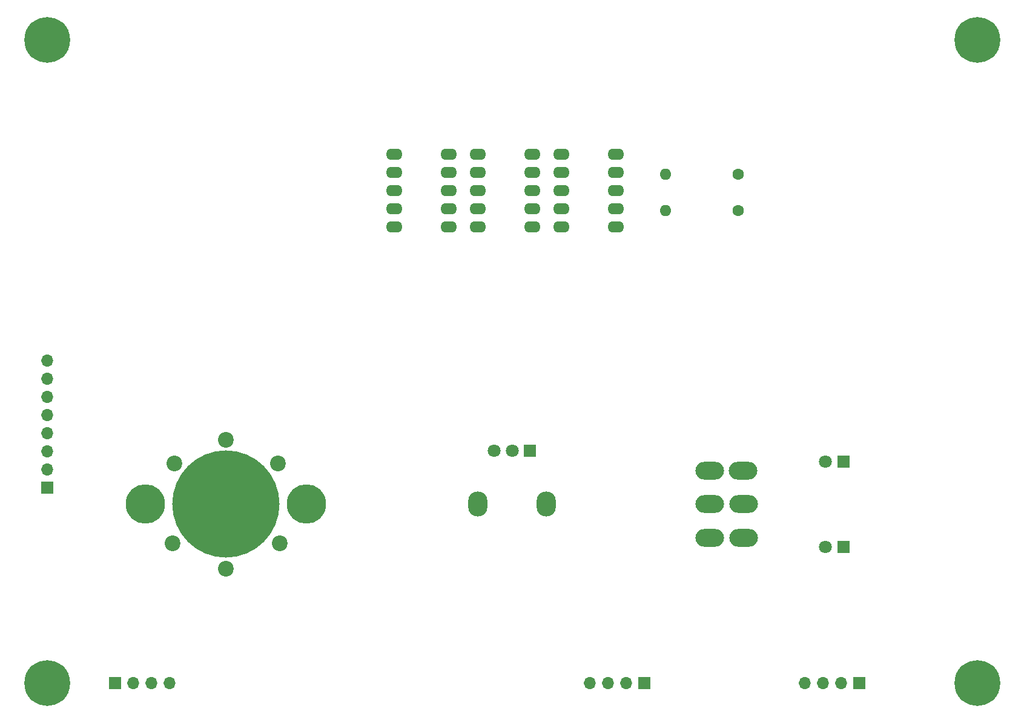
<source format=gbr>
%TF.GenerationSoftware,KiCad,Pcbnew,(5.1.10-1-10_14)*%
%TF.CreationDate,2021-06-27T12:57:11+10:00*%
%TF.ProjectId,support PCB,73757070-6f72-4742-9050-43422e6b6963,rev?*%
%TF.SameCoordinates,Original*%
%TF.FileFunction,Soldermask,Bot*%
%TF.FilePolarity,Negative*%
%FSLAX46Y46*%
G04 Gerber Fmt 4.6, Leading zero omitted, Abs format (unit mm)*
G04 Created by KiCad (PCBNEW (5.1.10-1-10_14)) date 2021-06-27 12:57:11*
%MOMM*%
%LPD*%
G01*
G04 APERTURE LIST*
%ADD10C,0.800000*%
%ADD11C,6.400000*%
%ADD12C,2.200000*%
%ADD13C,5.500000*%
%ADD14C,15.000000*%
%ADD15O,2.300000X1.600000*%
%ADD16O,4.000000X2.500000*%
%ADD17O,2.720000X3.500000*%
%ADD18R,1.800000X1.800000*%
%ADD19C,1.800000*%
%ADD20O,1.600000X1.600000*%
%ADD21C,1.600000*%
%ADD22O,1.700000X1.700000*%
%ADD23R,1.700000X1.700000*%
G04 APERTURE END LIST*
D10*
%TO.C,H4*%
X66697056Y-133302944D03*
X65000000Y-132600000D03*
X63302944Y-133302944D03*
X62600000Y-135000000D03*
X63302944Y-136697056D03*
X65000000Y-137400000D03*
X66697056Y-136697056D03*
X67400000Y-135000000D03*
D11*
X65000000Y-135000000D03*
%TD*%
D10*
%TO.C,H3*%
X196697056Y-133302944D03*
X195000000Y-132600000D03*
X193302944Y-133302944D03*
X192600000Y-135000000D03*
X193302944Y-136697056D03*
X195000000Y-137400000D03*
X196697056Y-136697056D03*
X197400000Y-135000000D03*
D11*
X195000000Y-135000000D03*
%TD*%
D10*
%TO.C,H2*%
X196697056Y-43302944D03*
X195000000Y-42600000D03*
X193302944Y-43302944D03*
X192600000Y-45000000D03*
X193302944Y-46697056D03*
X195000000Y-47400000D03*
X196697056Y-46697056D03*
X197400000Y-45000000D03*
D11*
X195000000Y-45000000D03*
%TD*%
D10*
%TO.C,H1*%
X66697056Y-43302944D03*
X65000000Y-42600000D03*
X63302944Y-43302944D03*
X62600000Y-45000000D03*
X63302944Y-46697056D03*
X65000000Y-47400000D03*
X66697056Y-46697056D03*
X67400000Y-45000000D03*
D11*
X65000000Y-45000000D03*
%TD*%
D12*
%TO.C,J5*%
X90000000Y-101000000D03*
X97250000Y-104250000D03*
X97500000Y-115500000D03*
X90000000Y-119000000D03*
X82500000Y-115500000D03*
X82750000Y-104250000D03*
D13*
X101250000Y-110000000D03*
X78750000Y-110000000D03*
D14*
X90000000Y-110000000D03*
%TD*%
D15*
%TO.C,K3*%
X144520000Y-61000000D03*
X144520000Y-63540000D03*
X144520000Y-66080000D03*
X144520000Y-68620000D03*
X144520000Y-71160000D03*
X136900000Y-71160000D03*
X136900000Y-68620000D03*
X136900000Y-66080000D03*
X136900000Y-63540000D03*
X136900000Y-61000000D03*
%TD*%
%TO.C,K2*%
X132820000Y-61000000D03*
X132820000Y-63540000D03*
X132820000Y-66080000D03*
X132820000Y-68620000D03*
X132820000Y-71160000D03*
X125200000Y-71160000D03*
X125200000Y-68620000D03*
X125200000Y-66080000D03*
X125200000Y-63540000D03*
X125200000Y-61000000D03*
%TD*%
%TO.C,K1*%
X121120000Y-61000000D03*
X121120000Y-63540000D03*
X121120000Y-66080000D03*
X121120000Y-68620000D03*
X121120000Y-71160000D03*
X113500000Y-71160000D03*
X113500000Y-68620000D03*
X113500000Y-66080000D03*
X113500000Y-63540000D03*
X113500000Y-61000000D03*
%TD*%
D16*
%TO.C,SW1*%
X157600000Y-105300000D03*
X157600000Y-110000000D03*
X157600000Y-114700000D03*
X162300000Y-105300000D03*
X162400000Y-110000000D03*
X162400000Y-114700000D03*
%TD*%
D17*
%TO.C,RV1*%
X125200000Y-110000000D03*
X134800000Y-110000000D03*
D18*
X132500000Y-102500000D03*
D19*
X130000000Y-102500000D03*
X127500000Y-102500000D03*
%TD*%
D20*
%TO.C,R2*%
X151440000Y-68880000D03*
D21*
X161600000Y-68880000D03*
%TD*%
D20*
%TO.C,R1*%
X151440000Y-63800000D03*
D21*
X161600000Y-63800000D03*
%TD*%
D22*
%TO.C,J4*%
X140880000Y-135000000D03*
X143420000Y-135000000D03*
X145960000Y-135000000D03*
D23*
X148500000Y-135000000D03*
%TD*%
D22*
%TO.C,J3*%
X82080000Y-135000000D03*
X79540000Y-135000000D03*
X77000000Y-135000000D03*
D23*
X74460000Y-135000000D03*
%TD*%
D22*
%TO.C,J2*%
X65000000Y-89920000D03*
X65000000Y-92460000D03*
X65000000Y-95000000D03*
X65000000Y-97540000D03*
X65000000Y-100080000D03*
X65000000Y-102620000D03*
X65000000Y-105160000D03*
D23*
X65000000Y-107700000D03*
%TD*%
D22*
%TO.C,J1*%
X170880000Y-135000000D03*
X173420000Y-135000000D03*
X175960000Y-135000000D03*
D23*
X178500000Y-135000000D03*
%TD*%
D19*
%TO.C,D2*%
X173760000Y-104000000D03*
D18*
X176300000Y-104000000D03*
%TD*%
D19*
%TO.C,D1*%
X173760000Y-116000000D03*
D18*
X176300000Y-116000000D03*
%TD*%
M02*

</source>
